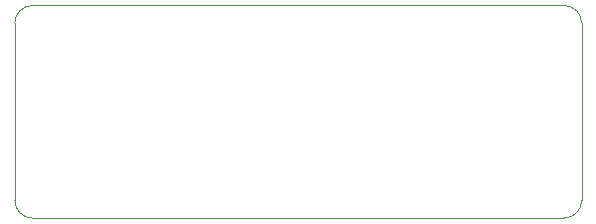
<source format=gm1>
G04 #@! TF.GenerationSoftware,KiCad,Pcbnew,7.0.7*
G04 #@! TF.CreationDate,2023-09-06T15:40:30-04:00*
G04 #@! TF.ProjectId,stm8l151k6t6_board,73746d38-6c31-4353-916b-3674365f626f,rev?*
G04 #@! TF.SameCoordinates,Original*
G04 #@! TF.FileFunction,Profile,NP*
%FSLAX46Y46*%
G04 Gerber Fmt 4.6, Leading zero omitted, Abs format (unit mm)*
G04 Created by KiCad (PCBNEW 7.0.7) date 2023-09-06 15:40:30*
%MOMM*%
%LPD*%
G01*
G04 APERTURE LIST*
G04 #@! TA.AperFunction,Profile*
%ADD10C,0.100000*%
G04 #@! TD*
G04 APERTURE END LIST*
D10*
X161000000Y-120500000D02*
X161000000Y-105500000D01*
X161000000Y-105500000D02*
G75*
G03*
X159500000Y-104000000I-1500000J0D01*
G01*
X114500000Y-104000000D02*
G75*
G03*
X113000000Y-105500000I0J-1500000D01*
G01*
X113000000Y-105500000D02*
X113000000Y-120500000D01*
X114500000Y-122000000D02*
X159500000Y-122000000D01*
X159500000Y-122000000D02*
G75*
G03*
X161000000Y-120500000I0J1500000D01*
G01*
X114500000Y-104000000D02*
X159500000Y-104000000D01*
X113000000Y-120500000D02*
G75*
G03*
X114500000Y-122000000I1500000J0D01*
G01*
M02*

</source>
